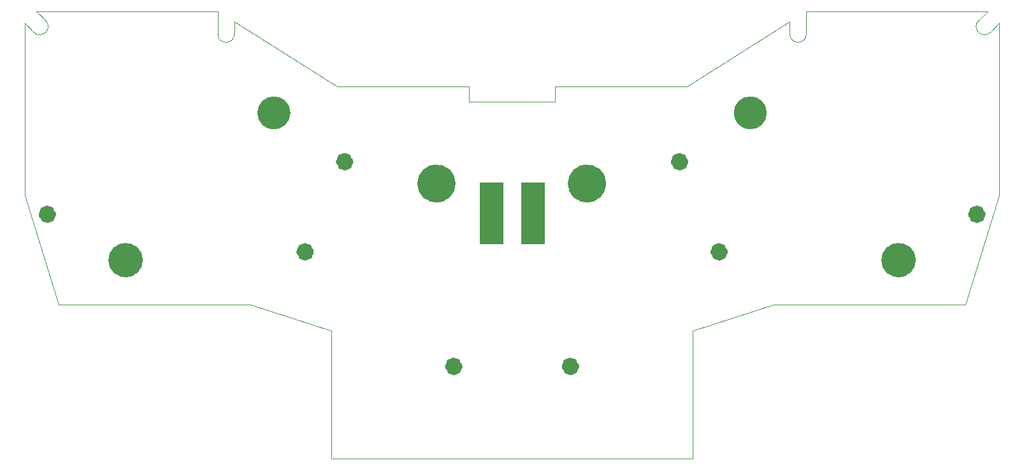
<source format=gm1>
G04 #@! TF.GenerationSoftware,KiCad,Pcbnew,7.0.9*
G04 #@! TF.CreationDate,2023-12-20T17:33:17-07:00*
G04 #@! TF.ProjectId,vb_controller_pcb,76625f63-6f6e-4747-926f-6c6c65725f70,4a*
G04 #@! TF.SameCoordinates,Original*
G04 #@! TF.FileFunction,Profile,NP*
%FSLAX46Y46*%
G04 Gerber Fmt 4.6, Leading zero omitted, Abs format (unit mm)*
G04 Created by KiCad (PCBNEW 7.0.9) date 2023-12-20 17:33:17*
%MOMM*%
%LPD*%
G01*
G04 APERTURE LIST*
G04 #@! TA.AperFunction,Profile*
%ADD10C,0.100000*%
G04 #@! TD*
G04 #@! TA.AperFunction,Profile*
%ADD11C,1.150000*%
G04 #@! TD*
G04 #@! TA.AperFunction,Profile*
%ADD12C,2.300000*%
G04 #@! TD*
G04 #@! TA.AperFunction,Profile*
%ADD13C,2.550000*%
G04 #@! TD*
G04 #@! TA.AperFunction,Profile*
%ADD14C,2.190000*%
G04 #@! TD*
G04 APERTURE END LIST*
D10*
X100000000Y-101557817D02*
X100000000Y-124500000D01*
X229500000Y-124500000D02*
X225000000Y-139000000D01*
X100000000Y-124500000D02*
X104500000Y-139000000D01*
D11*
X157575000Y-147250000D02*
G75*
G03*
X157575000Y-147250000I-575000J0D01*
G01*
D10*
X201650001Y-103000000D02*
G75*
G03*
X203849999Y-103000000I1099999J0D01*
G01*
X228277817Y-102777817D02*
X229500000Y-101560000D01*
X140750000Y-159500000D02*
X140740000Y-142470000D01*
D11*
X192825000Y-132000000D02*
G75*
G03*
X192825000Y-132000000I-575000J0D01*
G01*
D10*
X170450000Y-112000000D02*
X159050000Y-112000000D01*
X199500000Y-139000000D02*
X188760000Y-142470000D01*
X101560000Y-100000000D02*
X125650000Y-100000000D01*
X229500000Y-101560000D02*
X229500000Y-124500000D01*
X159050000Y-110000000D02*
X141500000Y-110000000D01*
X225000000Y-139000000D02*
X199500000Y-139000000D01*
X166000000Y-122800000D02*
X169000000Y-122800000D01*
X169000000Y-130910000D01*
X166000000Y-130910000D01*
X166000000Y-122800000D01*
G04 #@! TA.AperFunction,Profile*
G36*
X166000000Y-122800000D02*
G01*
X169000000Y-122800000D01*
X169000000Y-130910000D01*
X166000000Y-130910000D01*
X166000000Y-122800000D01*
G37*
G04 #@! TD.AperFunction*
X127850000Y-101370000D02*
X141500000Y-110000000D01*
X188750000Y-159500000D02*
X188760000Y-142470000D01*
D11*
X227075000Y-127000000D02*
G75*
G03*
X227075000Y-127000000I-575000J0D01*
G01*
D10*
X125650001Y-103000000D02*
X125650000Y-100000000D01*
X226722183Y-101222183D02*
G75*
G03*
X228277817Y-102777817I777817J-777817D01*
G01*
X188750000Y-159500000D02*
X140750000Y-159500000D01*
D12*
X217250000Y-133100000D02*
G75*
G03*
X217250000Y-133100000I-1150000J0D01*
G01*
D10*
X203849999Y-103000000D02*
X203850000Y-100000000D01*
D11*
X187575000Y-120000000D02*
G75*
G03*
X187575000Y-120000000I-575000J0D01*
G01*
X137825000Y-132000000D02*
G75*
G03*
X137825000Y-132000000I-575000J0D01*
G01*
D10*
X127849999Y-103000000D02*
X127850000Y-101370000D01*
D11*
X103575000Y-127000000D02*
G75*
G03*
X103575000Y-127000000I-575000J0D01*
G01*
D13*
X175975000Y-122900000D02*
G75*
G03*
X175975000Y-122900000I-1275000J0D01*
G01*
D10*
X130000000Y-139000000D02*
X140740000Y-142470000D01*
X227940000Y-100000000D02*
X203850000Y-100000000D01*
D12*
X114550000Y-133100000D02*
G75*
G03*
X114550000Y-133100000I-1150000J0D01*
G01*
D10*
X102777817Y-101222183D02*
X101560000Y-100000000D01*
D14*
X134195000Y-113500000D02*
G75*
G03*
X134195000Y-113500000I-1095000J0D01*
G01*
D10*
X226722183Y-101222183D02*
X227940000Y-100000000D01*
D14*
X197495000Y-113500000D02*
G75*
G03*
X197495000Y-113500000I-1095000J0D01*
G01*
D10*
X170450000Y-110000000D02*
X188000000Y-110000000D01*
X159050000Y-112000000D02*
X159050000Y-110000000D01*
D11*
X173075000Y-147250000D02*
G75*
G03*
X173075000Y-147250000I-575000J0D01*
G01*
D10*
X104500000Y-139000000D02*
X130000000Y-139000000D01*
D11*
X143075000Y-120000000D02*
G75*
G03*
X143075000Y-120000000I-575000J0D01*
G01*
D10*
X101222183Y-102777817D02*
X100000000Y-101557817D01*
X125650001Y-103000000D02*
G75*
G03*
X127849999Y-103000000I1099999J0D01*
G01*
X201650001Y-103000000D02*
X201650000Y-101370000D01*
X101222183Y-102777817D02*
G75*
G03*
X102777817Y-101222183I777817J777817D01*
G01*
D13*
X155975000Y-122900000D02*
G75*
G03*
X155975000Y-122900000I-1275000J0D01*
G01*
D10*
X160500000Y-122800000D02*
X163500000Y-122800000D01*
X163500000Y-130910000D01*
X160500000Y-130910000D01*
X160500000Y-122800000D01*
G04 #@! TA.AperFunction,Profile*
G36*
X160500000Y-122800000D02*
G01*
X163500000Y-122800000D01*
X163500000Y-130910000D01*
X160500000Y-130910000D01*
X160500000Y-122800000D01*
G37*
G04 #@! TD.AperFunction*
X201650000Y-101370000D02*
X188000000Y-110000000D01*
X170450000Y-112000000D02*
X170450000Y-110000000D01*
M02*

</source>
